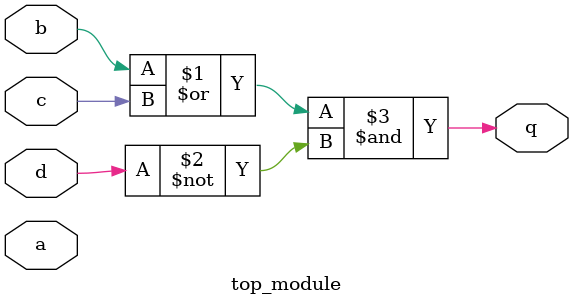
<source format=sv>
module top_module (
    input a, 
    input b, 
    input c, 
    input d,
    output q
);

assign q = (b | c) & (~d);

endmodule

</source>
